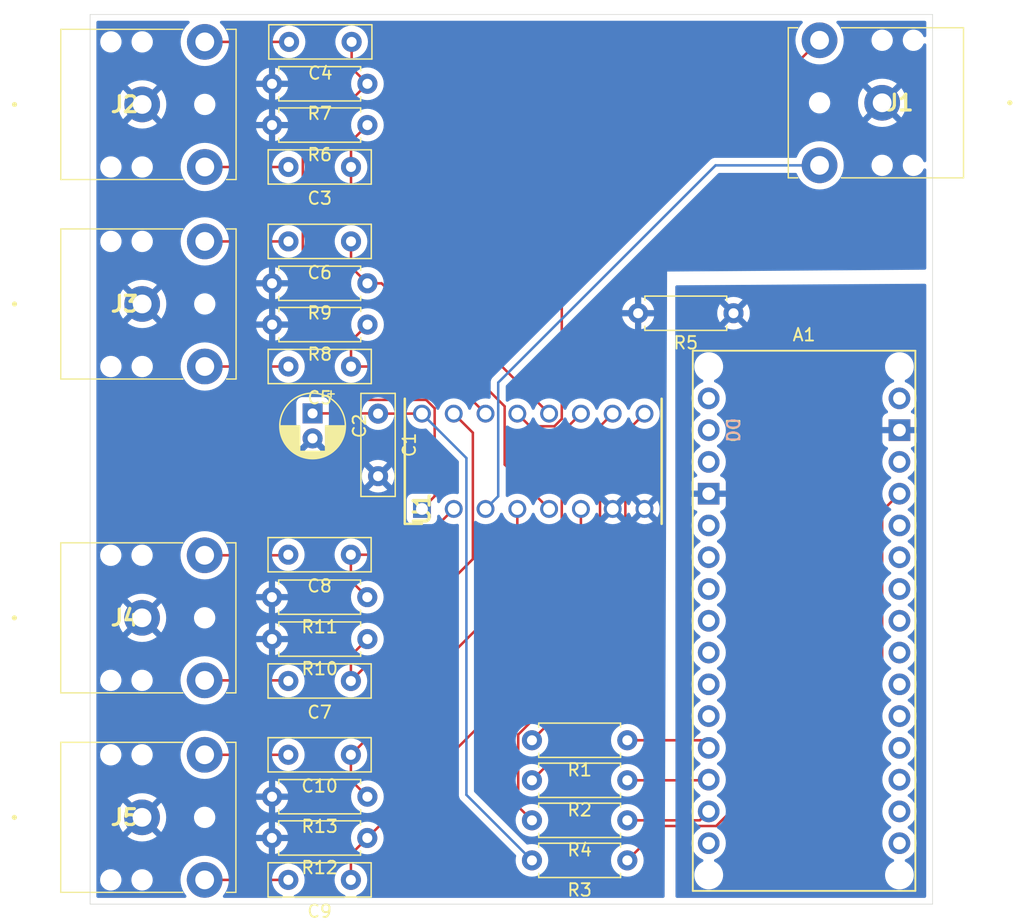
<source format=kicad_pcb>
(kicad_pcb (version 20240108) (generator "pcbnew") (generator_version "8.0")
  (layers (0 "F.Cu" signal) (31 "B.Cu" signal) (34 "B.Paste" user) (35 "F.Paste" user) (36 "B.SilkS" user "B.Silkscreen") (37 "F.SilkS" user "F.Silkscreen") (38 "B.Mask" user) (39 "F.Mask" user) (44 "Edge.Cuts" user))
  (net 0 "")
  (net 1 "Net-(A1-Pad5V)")
  (net 18 "GND")
  (net 20 "Net-(U1-VDD)")
  (net 21 "GNDA")
  (net 22 "Net-(J2-TIP)")
  (net 23 "Net-(U1-X0)")
  (net 24 "Net-(J2-RING)")
  (net 25 "Net-(U1-Y0)")
  (net 26 "Net-(U1-X1)")
  (net 27 "Net-(J3-TIP)")
  (net 28 "Net-(J3-RING)")
  (net 29 "Net-(U1-Y1)")
  (net 30 "Net-(U1-X2)")
  (net 31 "Net-(J4-TIP)")
  (net 32 "Net-(J4-RING)")
  (net 33 "Net-(U1-Y2)")
  (net 34 "Net-(U1-X3)")
  (net 35 "Net-(J5-TIP)")
  (net 36 "Net-(J5-RING)")
  (net 37 "Net-(U1-Y3)")
  (net 38 "Net-(J1-TIP)")
  (net 39 "Net-(J1-RING)")
  (net 40 "Net-(U1-A)")
  (net 41 "Net-(U1-B)")
  (net 42 "Net-(U1-INH)")
  (net 47 "Net-(A1-PadD10)")
  (net 48 "Net-(A1-D11_MOSI)")
  (net 51 "Net-(A1-PadD9)")
  (footprint "Resistor_THT:R_Axial_DIN0207_L6.3mm_D2.5mm_P7.62mm_Horizontal" (layer "F.Cu") (at 185.0604 104.0684 180)
    (property "Reference" "R2" (at 3.81 -2.37 360) (layer "F.SilkS"))
    (property "Value" "100 Ohm")
    (pad "1" thru_hole circle (at 0 0 180) (size 1.6 1.6) (drill 0.8) (layers "*.Cu" "*.Mask") (net 47 "Net-(A1-PadD10)"))
    (pad "2" thru_hole oval (at 7.62 0 180) (size 1.6 1.6) (drill 0.8) (layers "*.Cu" "*.Mask") (net 41 "Net-(U1-B)"))
  )
  (footprint "Capacitor_THT:C_Disc_D8.0mm_W2.5mm_P5.00mm" (layer "F.Cu") (at 165.1468 74.7568 -90)
    (property "Reference" "C1" (at 2.5 -2.5 90) (layer "F.SilkS"))
    (property "Value" "0.1 uF")
    (pad "1" thru_hole circle (at 0 0 270) (size 1.6 1.6) (drill 0.8) (layers "*.Cu" "*.Mask") (net 20 "Net-(U1-VDD)"))
    (pad "2" thru_hole circle (at 5 0 270) (size 1.6 1.6) (drill 0.8) (layers "*.Cu" "*.Mask") (net 21 "GNDA"))
  )
  (footprint "Capacitor_THT:C_Disc_D8.0mm_W2.5mm_P5.00mm" (layer "F.Cu") (at 163.035 45.04 180)
    (property "Reference" "C4" (at 2.5 -2.5 360) (layer "F.SilkS"))
    (property "Value" "1 uF")
    (pad "1" thru_hole circle (at 0 0 180) (size 1.6 1.6) (drill 0.8) (layers "*.Cu" "*.Mask") (net 25 "Net-(U1-Y0)"))
    (pad "2" thru_hole circle (at 5 0 180) (size 1.6 1.6) (drill 0.8) (layers "*.Cu" "*.Mask") (net 24 "Net-(J2-RING)"))
  )
  (footprint "Resistor_THT:R_Axial_DIN0207_L6.3mm_D2.5mm_P7.62mm_Horizontal" (layer "F.Cu") (at 164.295 64.34 180)
    (property "Reference" "R9" (at 3.81 -2.37 360) (layer "F.SilkS"))
    (property "Value" "10K Ohm")
    (pad "1" thru_hole circle (at 0 0 180) (size 1.6 1.6) (drill 0.8) (layers "*.Cu" "*.Mask") (net 29 "Net-(U1-Y1)"))
    (pad "2" thru_hole oval (at 7.62 0 180) (size 1.6 1.6) (drill 0.8) (layers "*.Cu" "*.Mask") (net 21 "GNDA"))
  )
  (footprint "Capacitor_THT:C_Disc_D8.0mm_W2.5mm_P5.00mm" (layer "F.Cu") (at 162.985 70.99 180)
    (property "Reference" "C5" (at 2.5 -2.5 360) (layer "F.SilkS"))
    (property "Value" "1 uF")
    (pad "1" thru_hole circle (at 0 0 180) (size 1.6 1.6) (drill 0.8) (layers "*.Cu" "*.Mask") (net 26 "Net-(U1-X1)"))
    (pad "2" thru_hole circle (at 5 0 180) (size 1.6 1.6) (drill 0.8) (layers "*.Cu" "*.Mask") (net 27 "Net-(J3-TIP)"))
  )
  (footprint "Resistor_THT:R_Axial_DIN0207_L6.3mm_D2.5mm_P7.62mm_Horizontal" (layer "F.Cu") (at 164.295 48.39 180)
    (property "Reference" "R7" (at 3.81 -2.37 360) (layer "F.SilkS"))
    (property "Value" "10K Ohm")
    (pad "1" thru_hole circle (at 0 0 180) (size 1.6 1.6) (drill 0.8) (layers "*.Cu" "*.Mask") (net 25 "Net-(U1-Y0)"))
    (pad "2" thru_hole oval (at 7.62 0 180) (size 1.6 1.6) (drill 0.8) (layers "*.Cu" "*.Mask") (net 21 "GNDA"))
  )
  (footprint "Resistor_THT:R_Axial_DIN0207_L6.3mm_D2.5mm_P7.62mm_Horizontal" (layer "F.Cu") (at 164.285 108.68 180)
    (property "Reference" "R12" (at 3.81 -2.37 360) (layer "F.SilkS"))
    (property "Value" "10K Ohm")
    (pad "1" thru_hole circle (at 0 0 180) (size 1.6 1.6) (drill 0.8) (layers "*.Cu" "*.Mask") (net 34 "Net-(U1-X3)"))
    (pad "2" thru_hole oval (at 7.62 0 180) (size 1.6 1.6) (drill 0.8) (layers "*.Cu" "*.Mask") (net 21 "GNDA"))
  )
  (footprint "Thick 3.5 Jack:SJ13523NG" (layer "F.Cu") (at 146.29 107.03)
    (property "Reference" "J5" (at -1.4 0 0) (layer "F.SilkS") (effects (font (size 1.27 1.27) (thickness 0.254))))
    (property "Value" "SJ1-3523NG" (hide yes))
    (pad "" np_thru_hole circle (at -2.5 -5) (size 1.2 1.2) (drill 1.2) (layers "*.Cu" "*.Mask"))
    (pad "" np_thru_hole circle (at -2.5 5) (size 1.2 1.2) (drill 1.2) (layers "*.Cu" "*.Mask"))
    (pad "" np_thru_hole circle (at 0 -5) (size 1.2 1.2) (drill 1.2) (layers "*.Cu" "*.Mask"))
    (pad "" np_thru_hole circle (at 0 5) (size 1.2 1.2) (drill 1.2) (layers "*.Cu" "*.Mask"))
    (pad "" np_thru_hole circle (at 5 0) (size 1.2 1.2) (drill 1.2) (layers "*.Cu" "*.Mask"))
    (pad "1" thru_hole circle (at 0 0) (size 2.85 2.85) (drill 1.5) (layers "*.Cu" "*.Mask") (net 21 "GNDA"))
    (pad "2" thru_hole circle (at 5 5) (size 2.85 2.85) (drill 1.5) (layers "*.Cu" "*.Mask") (net 35 "Net-(J5-TIP)"))
    (pad "3" thru_hole circle (at 5 -5) (size 2.85 2.85) (drill 1.5) (layers "*.Cu" "*.Mask") (net 36 "Net-(J5-RING)"))
  )
  (footprint "Capacitor_THT:C_Disc_D8.0mm_W2.5mm_P5.00mm" (layer "F.Cu") (at 162.9732 86.0344 180)
    (property "Reference" "C8" (at 2.5 -2.5 360) (layer "F.SilkS"))
    (property "Value" "1 uF")
    (pad "1" thru_hole circle (at 0 0 180) (size 1.6 1.6) (drill 0.8) (layers "*.Cu" "*.Mask") (net 33 "Net-(U1-Y2)"))
    (pad "2" thru_hole circle (at 5 0 180) (size 1.6 1.6) (drill 0.8) (layers "*.Cu" "*.Mask") (net 32 "Net-(J4-RING)"))
  )
  (footprint "Resistor_THT:R_Axial_DIN0207_L6.3mm_D2.5mm_P7.62mm_Horizontal" (layer "F.Cu") (at 164.295 92.78 180)
    (property "Reference" "R10" (at 3.81 -2.37 360) (layer "F.SilkS"))
    (property "Value" "10K Ohm")
    (pad "1" thru_hole circle (at 0 0 180) (size 1.6 1.6) (drill 0.8) (layers "*.Cu" "*.Mask") (net 30 "Net-(U1-X2)"))
    (pad "2" thru_hole oval (at 7.62 0 180) (size 1.6 1.6) (drill 0.8) (layers "*.Cu" "*.Mask") (net 21 "GNDA"))
  )
  (footprint "Resistor_THT:R_Axial_DIN0207_L6.3mm_D2.5mm_P7.62mm_Horizontal" (layer "F.Cu") (at 164.295 105.38 180)
    (property "Reference" "R13" (at 3.81 -2.37 360) (layer "F.SilkS"))
    (property "Value" "10K Ohm")
    (pad "1" thru_hole circle (at 0 0 180) (size 1.6 1.6) (drill 0.8) (layers "*.Cu" "*.Mask") (net 37 "Net-(U1-Y3)"))
    (pad "2" thru_hole oval (at 7.62 0 180) (size 1.6 1.6) (drill 0.8) (layers "*.Cu" "*.Mask") (net 21 "GNDA"))
  )
  (footprint "Resistor_THT:R_Axial_DIN0207_L6.3mm_D2.5mm_P7.62mm_Horizontal" (layer "F.Cu") (at 164.295 51.69 180)
    (property "Reference" "R6" (at 3.81 -2.37 360) (layer "F.SilkS"))
    (property "Value" "10K Ohm")
    (pad "1" thru_hole circle (at 0 0 180) (size 1.6 1.6) (drill 0.8) (layers "*.Cu" "*.Mask") (net 23 "Net-(U1-X0)"))
    (pad "2" thru_hole oval (at 7.62 0 180) (size 1.6 1.6) (drill 0.8) (layers "*.Cu" "*.Mask") (net 21 "GNDA"))
  )
  (footprint "8 Pin DIP Connector:DIPS762W70P254L2032H510Q16N" (layer "F.Cu") (at 168.652 82.3768 90)
    (property "Reference" "U1" (at 0 0 90) (layer "F.SilkS") (effects (font (size 1.27 1.27) (thickness 0.254))))
    (property "Value" "CD4052B" (hide yes))
    (pad "1" thru_hole rect (at 0 0 90) (size 1.425 1.425) (drill 0.95) (layers "*.Cu" "*.Mask") (net 25 "Net-(U1-Y0)"))
    (pad "2" thru_hole circle (at 0 2.54 90) (size 1.425 1.425) (drill 0.95) (layers "*.Cu" "*.Mask") (net 33 "Net-(U1-Y2)"))
    (pad "3" thru_hole circle (at 0 5.08 90) (size 1.425 1.425) (drill 0.95) (layers "*.Cu" "*.Mask") (net 39 "Net-(J1-RING)"))
    (pad "4" thru_hole circle (at 0 7.62 90) (size 1.425 1.425) (drill 0.95) (layers "*.Cu" "*.Mask") (net 37 "Net-(U1-Y3)"))
    (pad "5" thru_hole circle (at 0 10.16 90) (size 1.425 1.425) (drill 0.95) (layers "*.Cu" "*.Mask") (net 29 "Net-(U1-Y1)"))
    (pad "6" thru_hole circle (at 0 12.7 90) (size 1.425 1.425) (drill 0.95) (layers "*.Cu" "*.Mask") (net 42 "Net-(U1-INH)"))
    (pad "7" thru_hole circle (at 0 15.24 90) (size 1.425 1.425) (drill 0.95) (layers "*.Cu" "*.Mask") (net 21 "GNDA"))
    (pad "8" thru_hole circle (at 0 17.78 90) (size 1.425 1.425) (drill 0.95) (layers "*.Cu" "*.Mask") (net 21 "GNDA"))
    (pad "9" thru_hole circle (at 7.62 17.78 90) (size 1.425 1.425) (drill 0.95) (layers "*.Cu" "*.Mask") (net 41 "Net-(U1-B)"))
    (pad "10" thru_hole circle (at 7.62 15.24 90) (size 1.425 1.425) (drill 0.95) (layers "*.Cu" "*.Mask") (net 40 "Net-(U1-A)"))
    (pad "11" thru_hole circle (at 7.62 12.7 90) (size 1.425 1.425) (drill 0.95) (layers "*.Cu" "*.Mask") (net 34 "Net-(U1-X3)"))
    (pad "12" thru_hole circle (at 7.62 10.16 90) (size 1.425 1.425) (drill 0.95) (layers "*.Cu" "*.Mask") (net 23 "Net-(U1-X0)"))
    (pad "13" thru_hole circle (at 7.62 7.62 90) (size 1.425 1.425) (drill 0.95) (layers "*.Cu" "*.Mask") (net 38 "Net-(J1-TIP)"))
    (pad "14" thru_hole circle (at 7.62 5.08 90) (size 1.425 1.425) (drill 0.95) (layers "*.Cu" "*.Mask") (net 26 "Net-(U1-X1)"))
    (pad "15" thru_hole circle (at 7.62 2.54 90) (size 1.425 1.425) (drill 0.95) (layers "*.Cu" "*.Mask") (net 30 "Net-(U1-X2)"))
    (pad "16" thru_hole circle (at 7.62 0 90) (size 1.425 1.425) (drill 0.95) (layers "*.Cu" "*.Mask") (net 20 "Net-(U1-VDD)"))
  )
  (footprint "Resistor_THT:R_Axial_DIN0207_L6.3mm_D2.5mm_P7.62mm_Horizontal" (layer "F.Cu") (at 185.0604 107.2688 180)
    (property "Reference" "R4" (at 3.81 -2.37 360) (layer "F.SilkS"))
    (property "Value" "100 Ohm")
    (pad "1" thru_hole circle (at 0 0 180) (size 1.6 1.6) (drill 0.8) (layers "*.Cu" "*.Mask") (net 48 "Net-(A1-D11_MOSI)"))
    (pad "2" thru_hole oval (at 7.62 0 180) (size 1.6 1.6) (drill 0.8) (layers "*.Cu" "*.Mask") (net 42 "Net-(U1-INH)"))
  )
  (footprint "Capacitor_THT:C_Disc_D8.0mm_W2.5mm_P5.00mm" (layer "F.Cu") (at 162.985 60.99 180)
    (property "Reference" "C6" (at 2.5 -2.5 360) (layer "F.SilkS"))
    (property "Value" "1 uF")
    (pad "1" thru_hole circle (at 0 0 180) (size 1.6 1.6) (drill 0.8) (layers "*.Cu" "*.Mask") (net 29 "Net-(U1-Y1)"))
    (pad "2" thru_hole circle (at 5 0 180) (size 1.6 1.6) (drill 0.8) (layers "*.Cu" "*.Mask") (net 28 "Net-(J3-RING)"))
  )
  (footprint "Capacitor_THT:C_Disc_D8.0mm_W2.5mm_P5.00mm" (layer "F.Cu") (at 162.975 102.03 180)
    (property "Reference" "C10" (at 2.5 -2.5 360) (layer "F.SilkS"))
    (property "Value" "1 uF")
    (pad "1" thru_hole circle (at 0 0 180) (size 1.6 1.6) (drill 0.8) (layers "*.Cu" "*.Mask") (net 37 "Net-(U1-Y3)"))
    (pad "2" thru_hole circle (at 5 0 180) (size 1.6 1.6) (drill 0.8) (layers "*.Cu" "*.Mask") (net 36 "Net-(J5-RING)"))
  )
  (footprint "Capacitor_THT:C_Disc_D8.0mm_W2.5mm_P5.00mm" (layer "F.Cu") (at 162.975 112.03 180)
    (property "Reference" "C9" (at 2.5 -2.5 360) (layer "F.SilkS"))
    (property "Value" "1 uF")
    (pad "1" thru_hole circle (at 0 0 180) (size 1.6 1.6) (drill 0.8) (layers "*.Cu" "*.Mask") (net 34 "Net-(U1-X3)"))
    (pad "2" thru_hole circle (at 5 0 180) (size 1.6 1.6) (drill 0.8) (layers "*.Cu" "*.Mask") (net 35 "Net-(J5-TIP)"))
  )
  (footprint "Thick 3.5 Jack:SJ13523NG" (layer "F.Cu") (at 146.29 91.08)
    (property "Reference" "J4" (at -1.4 0 0) (layer "F.SilkS") (effects (font (size 1.27 1.27) (thickness 0.254))))
    (property "Value" "SJ1-3523NG" (hide yes))
    (pad "" np_thru_hole circle (at -2.5 -5) (size 1.2 1.2) (drill 1.2) (layers "*.Cu" "*.Mask"))
    (pad "" np_thru_hole circle (at -2.5 5) (size 1.2 1.2) (drill 1.2) (layers "*.Cu" "*.Mask"))
    (pad "" np_thru_hole circle (at 0 -5) (size 1.2 1.2) (drill 1.2) (layers "*.Cu" "*.Mask"))
    (pad "" np_thru_hole circle (at 0 5) (size 1.2 1.2) (drill 1.2) (layers "*.Cu" "*.Mask"))
    (pad "" np_thru_hole circle (at 5 0) (size 1.2 1.2) (drill 1.2) (layers "*.Cu" "*.Mask"))
    (pad "1" thru_hole circle (at 0 0) (size 2.85 2.85) (drill 1.5) (layers "*.Cu" "*.Mask") (net 21 "GNDA"))
    (pad "2" thru_hole circle (at 5 5) (size 2.85 2.85) (drill 1.5) (layers "*.Cu" "*.Mask") (net 31 "Net-(J4-TIP)"))
    (pad "3" thru_hole circle (at 5 -5) (size 2.85 2.85) (drill 1.5) (layers "*.Cu" "*.Mask") (net 32 "Net-(J4-RING)"))
  )
  (footprint "Thick 3.5 Jack:SJ13523NG" (layer "F.Cu") (at 205.42 49.91 180)
    (property "Reference" "J1" (at -1.4 0 0) (layer "F.SilkS") (effects (font (size 1.27 1.27) (thickness 0.254))))
    (property "Value" "SJ1-3523NG" (hide yes))
    (pad "" np_thru_hole circle (at -2.5 -5 180) (size 1.2 1.2) (drill 1.2) (layers "*.Cu" "*.Mask"))
    (pad "" np_thru_hole circle (at -2.5 5 180) (size 1.2 1.2) (drill 1.2) (layers "*.Cu" "*.Mask"))
    (pad "" np_thru_hole circle (at 0 -5 180) (size 1.2 1.2) (drill 1.2) (layers "*.Cu" "*.Mask"))
    (pad "" np_thru_hole circle (at 0 5 180) (size 1.2 1.2) (drill 1.2) (layers "*.Cu" "*.Mask"))
    (pad "" np_thru_hole circle (at 5 0 180) (size 1.2 1.2) (drill 1.2) (layers "*.Cu" "*.Mask"))
    (pad "1" thru_hole circle (at 0 0 180) (size 2.85 2.85) (drill 1.5) (layers "*.Cu" "*.Mask") (net 21 "GNDA"))
    (pad "2" thru_hole circle (at 5 5 180) (size 2.85 2.85) (drill 1.5) (layers "*.Cu" "*.Mask") (net 38 "Net-(J1-TIP)"))
    (pad "3" thru_hole circle (at 5 -5 180) (size 2.85 2.85) (drill 1.5) (layers "*.Cu" "*.Mask") (net 39 "Net-(J1-RING)"))
  )
  (footprint "Resistor_THT:R_Axial_DIN0207_L6.3mm_D2.5mm_P7.62mm_Horizontal" (layer "F.Cu") (at 185.0604 110.4692 180)
    (property "Reference" "R3" (at 3.81 -2.37 360) (layer "F.SilkS"))
    (property "Value" "100 Ohm")
    (pad "1" thru_hole circle (at 0 0 180) (size 1.6 1.6) (drill 0.8) (layers "*.Cu" "*.Mask") (net 1 "Net-(A1-Pad5V)"))
    (pad "2" thru_hole oval (at 7.62 0 180) (size 1.6 1.6) (drill 0.8) (layers "*.Cu" "*.Mask") (net 20 "Net-(U1-VDD)"))
  )
  (footprint "Capacitor_THT:CP_Radial_D5.0mm_P2.00mm" (layer "F.Cu") (at 159.9144 74.738 -90)
    (property "Reference" "C2" (at 1 -3.75 90) (layer "F.SilkS"))
    (property "Value" "10 uF")
    (pad "1" thru_hole rect (at 0 0 270) (size 1.6 1.6) (drill 0.8) (layers "*.Cu" "*.Mask") (net 20 "Net-(U1-VDD)"))
    (pad "2" thru_hole circle (at 2 0 270) (size 1.6 1.6) (drill 0.8) (layers "*.Cu" "*.Mask") (net 21 "GNDA"))
  )
  (footprint "Capacitor_THT:C_Disc_D8.0mm_W2.5mm_P5.00mm" (layer "F.Cu") (at 162.975 96.13 180)
    (property "Reference" "C7" (at 2.5 -2.5 360) (layer "F.SilkS"))
    (property "Value" "1 uF")
    (pad "1" thru_hole circle (at 0 0 180) (size 1.6 1.6) (drill 0.8) (layers "*.Cu" "*.Mask") (net 30 "Net-(U1-X2)"))
    (pad "2" thru_hole circle (at 5 0 180) (size 1.6 1.6) (drill 0.8) (layers "*.Cu" "*.Mask") (net 31 "Net-(J4-TIP)"))
  )
  (footprint "Resistor_THT:R_Axial_DIN0207_L6.3mm_D2.5mm_P7.62mm_Horizontal" (layer "F.Cu") (at 193.544 66.7304 180)
    (property "Reference" "R5" (at 3.81 -2.37 360) (layer "F.SilkS"))
    (property "Value" "0 Ohm")
    (pad "1" thru_hole circle (at 0 0 180) (size 1.6 1.6) (drill 0.8) (layers "*.Cu" "*.Mask") (net 18 "GND"))
    (pad "2" thru_hole oval (at 7.62 0 180) (size 1.6 1.6) (drill 0.8) (layers "*.Cu" "*.Mask") (net 21 "GNDA"))
  )
  (footprint "Thick 3.5 Jack:SJ13523NG" (layer "F.Cu") (at 146.3 50.04)
    (property "Reference" "J2" (at -1.4 0 0) (layer "F.SilkS") (effects (font (size 1.27 1.27) (thickness 0.254))))
    (property "Value" "SJ1-3523NG" (hide yes))
    (pad "" np_thru_hole circle (at -2.5 -5) (size 1.2 1.2) (drill 1.2) (layers "*.Cu" "*.Mask"))
    (pad "" np_thru_hole circle (at -2.5 5) (size 1.2 1.2) (drill 1.2) (layers "*.Cu" "*.Mask"))
    (pad "" np_thru_hole circle (at 0 -5) (size 1.2 1.2) (drill 1.2) (layers "*.Cu" "*.Mask"))
    (pad "" np_thru_hole circle (at 0 5) (size 1.2 1.2) (drill 1.2) (layers "*.Cu" "*.Mask"))
    (pad "" np_thru_hole circle (at 5 0) (size 1.2 1.2) (drill 1.2) (layers "*.Cu" "*.Mask"))
    (pad "1" thru_hole circle (at 0 0) (size 2.85 2.85) (drill 1.5) (layers "*.Cu" "*.Mask") (net 21 "GNDA"))
    (pad "2" thru_hole circle (at 5 5) (size 2.85 2.85) (drill 1.5) (layers "*.Cu" "*.Mask") (net 22 "Net-(J2-TIP)"))
    (pad "3" thru_hole circle (at 5 -5) (size 2.85 2.85) (drill 1.5) (layers "*.Cu" "*.Mask") (net 24 "Net-(J2-RING)"))
  )
  (footprint "Capacitor_THT:C_Disc_D8.0mm_W2.5mm_P5.00mm" (layer "F.Cu") (at 162.985 55.04 180)
    (property "Reference" "C3" (at 2.5 -2.5 360) (layer "F.SilkS"))
    (property "Value" "1 uF")
    (pad "1" thru_hole circle (at 0 0 180) (size 1.6 1.6) (drill 0.8) (layers "*.Cu" "*.Mask") (net 23 "Net-(U1-X0)"))
    (pad "2" thru_hole circle (at 5 0 180) (size 1.6 1.6) (drill 0.8) (layers "*.Cu" "*.Mask") (net 22 "Net-(J2-TIP)"))
  )
  (footprint "Resistor_THT:R_Axial_DIN0207_L6.3mm_D2.5mm_P7.62mm_Horizontal" (layer "F.Cu") (at 185.0604 100.868 180)
    (property "Reference" "R1" (at 3.81 -2.37 360) (layer "F.SilkS"))
    (property "Value" "100 Ohm")
    (pad "1" thru_hole circle (at 0 0 180) (size 1.6 1.6) (drill 0.8) (layers "*.Cu" "*.Mask") (net 51 "Net-(A1-PadD9)"))
    (pad "2" thru_hole oval (at 7.62 0 180) (size 1.6 1.6) (drill 0.8) (layers "*.Cu" "*.Mask") (net 40 "Net-(U1-A)"))
  )
  (footprint "PCM_arduino-library:Arduino_Nano_ESP32_Socket" (layer "F.Cu") (at 199.1828 112.9076)
    (property "Reference" "A1" (at 0 -44.45 0) (layer "F.SilkS"))
    (property "Value" "Arduino_Nano_ESP32_Socket")
    (fp_text user "D0" (at -5.715 -36.83 -90) (layer "B.SilkS") (effects (justify mirror)))
    (fp_text user "D0" (at -5.715 -36.83 -90) (layer "F.SilkS"))
    (pad "" np_thru_hole circle (at -7.62 -41.91) (size 1.8 1.8) (drill 1.8) (layers "F&B.Cu" "*.Mask"))
    (pad "" np_thru_hole circle (at -7.62 -1.27) (size 1.8 1.8) (drill 1.8) (layers "F&B.Cu" "*.Mask"))
    (pad "" np_thru_hole circle (at 7.62 -41.91) (size 1.8 1.8) (drill 1.8) (layers "F&B.Cu" "*.Mask"))
    (pad "" np_thru_hole circle (at 7.62 -1.27) (size 1.8 1.8) (drill 1.8) (layers "F&B.Cu" "*.Mask"))
    (pad "3V3" thru_hole circle (at 7.62 -6.35) (size 1.7272 1.7272) (drill 1.016) (layers "*.Cu" "*.Mask"))
    (pad "5V" thru_hole circle (at 7.62 -31.75) (size 1.7272 1.7272) (drill 1.016) (layers "*.Cu" "*.Mask") (net 1 "Net-(A1-Pad5V)"))
    (pad "A0" thru_hole circle (at 7.62 -11.43) (size 1.7272 1.7272) (drill 1.016) (layers "*.Cu" "*.Mask"))
    (pad "A1" thru_hole circle (at 7.62 -13.97) (size 1.7272 1.7272) (drill 1.016) (layers "*.Cu" "*.Mask"))
    (pad "A2" thru_hole circle (at 7.62 -16.51) (size 1.7272 1.7272) (drill 1.016) (layers "*.Cu" "*.Mask"))
    (pad "A3" thru_hole circle (at 7.62 -19.05) (size 1.7272 1.7272) (drill 1.016) (layers "*.Cu" "*.Mask"))
    (pad "A4" thru_hole circle (at 7.62 -21.59) (size 1.7272 1.7272) (drill 1.016) (layers "*.Cu" "*.Mask"))
    (pad "A5" thru_hole circle (at 7.62 -24.13) (size 1.7272 1.7272) (drill 1.016) (layers "*.Cu" "*.Mask"))
    (pad "A6" thru_hole circle (at 7.62 -26.67) (size 1.7272 1.7272) (drill 1.016) (layers "*.Cu" "*.Mask"))
    (pad "A7" thru_hole circle (at 7.62 -29.21) (size 1.7272 1.7272) (drill 1.016) (layers "*.Cu" "*.Mask"))
    (pad "B0" thru_hole circle (at 7.62 -8.89) (size 1.7272 1.7272) (drill 1.016) (layers "*.Cu" "*.Mask"))
    (pad "B1" thru_hole circle (at 7.62 -34.29) (size 1.7272 1.7272) (drill 1.016) (layers "*.Cu" "*.Mask"))
    (pad "D0" thru_hole circle (at -7.62 -36.83) (size 1.7272 1.7272) (drill 1.016) (layers "*.Cu" "*.Mask"))
    (pad "D1" thru_hole circle (at -7.62 -39.37) (size 1.7272 1.7272) (drill 1.016) (layers "*.Cu" "*.Mask"))
    (pad "D2" thru_hole circle (at -7.62 -29.21) (size 1.7272 1.7272) (drill 1.016) (layers "*.Cu" "*.Mask"))
    (pad "D3" thru_hole circle (at -7.62 -26.67) (size 1.7272 1.7272) (drill 1.016) (layers "*.Cu" "*.Mask"))
    (pad "D4" thru_hole circle (at -7.62 -24.13) (size 1.7272 1.7272) (drill 1.016) (layers "*.Cu" "*.Mask"))
    (pad "D5" thru_hole circle (at -7.62 -21.59) (size 1.7272 1.7272) (drill 1.016) (layers "*.Cu" "*.Mask"))
    (pad "D6" thru_hole circle (at -7.62 -19.05) (size 1.7272 1.7272) (drill 1.016) (layers "*.Cu" "*.Mask"))
    (pad "D7" thru_hole circle (at -7.62 -16.51) (size 1.7272 1.7272) (drill 1.016) (layers "*.Cu" "*.Mask"))
    (pad "D8" thru_hole circle (at -7.62 -13.97) (size 1.7272 1.7272) (drill 1.016) (layers "*.Cu" "*.Mask"))
    (pad "D9" thru_hole circle (at -7.62 -11.43) (size 1.7272 1.7272) (drill 1.016) (layers "*.Cu" "*.Mask") (net 51 "Net-(A1-PadD9)"))
    (pad "D10" thru_hole circle (at -7.62 -8.89) (size 1.7272 1.7272) (drill 1.016) (layers "*.Cu" "*.Mask") (net 47 "Net-(A1-PadD10)"))
    (pad "D11" thru_hole circle (at -7.62 -6.35) (size 1.7272 1.7272) (drill 1.016) (layers "*.Cu" "*.Mask") (net 48 "Net-(A1-D11_MOSI)"))
    (pad "D12" thru_hole circle (at -7.62 -3.81) (size 1.7272 1.7272) (drill 1.016) (layers "*.Cu" "*.Mask"))
    (pad "D13" thru_hole circle (at 7.62 -3.81) (size 1.7272 1.7272) (drill 1.016) (layers "*.Cu" "*.Mask"))
    (pad "GND1" thru_hole rect (at -7.62 -31.75) (size 1.7272 1.7272) (drill 1.016) (layers "*.Cu" "*.Mask") (net 18 "GND"))
    (pad "GND2" thru_hole rect (at 7.62 -36.83) (size 1.7272 1.7272) (drill 1.016) (layers "*.Cu" "*.Mask") (net 18 "GND"))
    (pad "RST" thru_hole circle (at -7.62 -34.29) (size 1.7272 1.7272) (drill 1.016) (layers "*.Cu" "*.Mask"))
    (pad "VIN" thru_hole circle (at 7.62 -39.37) (size 1.7272 1.7272) (drill 1.016) (layers "*.Cu" "*.Mask"))
  )
  (footprint "Thick 3.5 Jack:SJ13523NG" (layer "F.Cu") (at 146.3 65.99)
    (property "Reference" "J3" (at -1.4 0 0) (layer "F.SilkS") (effects (font (size 1.27 1.27) (thickness 0.254))))
    (property "Value" "SJ1-3523NG" (hide yes))
    (pad "" np_thru_hole circle (at -2.5 -5) (size 1.2 1.2) (drill 1.2) (layers "*.Cu" "*.Mask"))
    (pad "" np_thru_hole circle (at -2.5 5) (size 1.2 1.2) (drill 1.2) (layers "*.Cu" "*.Mask"))
    (pad "" np_thru_hole circle (at 0 -5) (size 1.2 1.2) (drill 1.2) (layers "*.Cu" "*.Mask"))
    (pad "" np_thru_hole circle (at 0 5) (size 1.2 1.2) (drill 1.2) (layers "*.Cu" "*.Mask"))
    (pad "" np_thru_hole circle (at 5 0) (size 1.2 1.2) (drill 1.2) (layers "*.Cu" "*.Mask"))
    (pad "1" thru_hole circle (at 0 0) (size 2.85 2.85) (drill 1.5) (layers "*.Cu" "*.Mask") (net 21 "GNDA"))
    (pad "2" thru_hole circle (at 5 5) (size 2.85 2.85) (drill 1.5) (layers "*.Cu" "*.Mask") (net 27 "Net-(J3-TIP)"))
    (pad "3" thru_hole circle (at 5 -5) (size 2.85 2.85) (drill 1.5) (layers "*.Cu" "*.Mask") (net 28 "Net-(J3-RING)"))
  )
  (footprint "Resistor_THT:R_Axial_DIN0207_L6.3mm_D2.5mm_P7.62mm_Horizontal" (layer "F.Cu") (at 164.305 67.64 180)
    (property "Reference" "R8" (at 3.81 -2.37 360) (layer "F.SilkS"))
    (property "Value" "10K Ohm")
    (pad "1" thru_hole circle (at 0 0 180) (size 1.6 1.6) (drill 0.8) (layers "*.Cu" "*.Mask") (net 26 "Net-(U1-X1)"))
    (pad "2" thru_hole oval (at 7.62 0 180) (size 1.6 1.6) (drill 0.8) (layers "*.Cu" "*.Mask") (net 21 "GNDA"))
  )
  (footprint "Resistor_THT:R_Axial_DIN0207_L6.3mm_D2.5mm_P7.62mm_Horizontal" (layer "F.Cu") (at 164.285 89.43 180)
    (property "Reference" "R11" (at 3.81 -2.37 360) (layer "F.SilkS"))
    (property "Value" "10K Ohm")
    (pad "1" thru_hole circle (at 0 0 180) (size 1.6 1.6) (drill 0.8) (layers "*.Cu" "*.Mask") (net 33 "Net-(U1-Y2)"))
    (pad "2" thru_hole oval (at 7.62 0 180) (size 1.6 1.6) (drill 0.8) (layers "*.Cu" "*.Mask") (net 21 "GNDA"))
  )
  (gr_line (start 142.14 42.85) (end 209.45 42.85) (stroke (width 0.05)) (layer "Edge.Cuts"))
  (gr_line (start 209.45 113.97) (end 142.14 113.97) (stroke (width 0.05)) (layer "Edge.Cuts"))
  (gr_line (start 209.4484 42.8498) (end 209.4484 113.9698) (stroke (width 0.05)) (layer "Edge.Cuts"))
  (gr_line (start 142.14 42.85) (end 142.14 113.97) (stroke (width 0.05)) (layer "Edge.Cuts"))
  (segment (start 185.0604 110.4692) (end 187.8084 107.7212) (width 0.2) (layer "F.Cu") (net 1))
  (segment (start 205.42 82.5404) (end 206.8028 81.1576) (width 0.2) (layer "F.Cu") (net 1))
  (segment (start 187.8084 107.7212) (end 192.1588 107.7212) (width 0.2) (layer "F.Cu") (net 1))
  (segment (start 205.42 94.46) (end 205.42 82.5404) (width 0.2) (layer "F.Cu") (net 1))
  (segment (start 192.1588 107.7212) (end 205.42 94.46) (width 0.2) (layer "F.Cu") (net 1))
  (segment (start 159.9144 74.738) (end 165.128 74.738) (width 0.2) (layer "F.Cu") (net 20))
  (segment (start 165.128 74.738) (end 165.1468 74.7568) (width 0.2) (layer "F.Cu") (net 20))
  (segment (start 165.1468 74.7568) (end 168.652 74.7568) (width 0.2) (layer "F.Cu") (net 20))
  (segment (start 172.2045 78.3093) (end 172.2045 105.2333) (width 0.2) (layer "B.Cu") (net 20))
  (segment (start 168.652 74.7568) (end 172.2045 78.3093) (width 0.2) (layer "B.Cu") (net 20))
  (segment (start 172.2045 105.2333) (end 177.4404 110.4692) (width 0.2) (layer "B.Cu") (net 20))
  (segment (start 151.3 55.04) (end 157.985 55.04) (width 0.2) (layer "F.Cu") (net 22))
  (segment (start 162.985 53) (end 164.295 51.69) (width 0.2) (layer "F.Cu") (net 23))
  (segment (start 162.985 55.04) (end 162.985 58.9298) (width 0.2) (layer "F.Cu") (net 23))
  (segment (start 162.985 58.9298) (end 178.812 74.7568) (width 0.2) (layer "F.Cu") (net 23))
  (segment (start 162.985 55.04) (end 162.985 53) (width 0.2) (layer "F.Cu") (net 23))
  (segment (start 151.3 45.04) (end 158.035 45.04) (width 0.2) (layer "F.Cu") (net 24))
  (segment (start 164.295 48.39) (end 159.135 53.55) (width 0.2) (layer "F.Cu") (net 25))
  (segment (start 159.135 69.7102) (end 163.0816 73.6568) (width 0.2) (layer "F.Cu") (net 25))
  (segment (start 159.135 53.55) (end 159.135 69.7102) (width 0.2) (layer "F.Cu") (net 25))
  (segment (start 169.668 81.3608) (end 168.652 82.3768) (width 0.2) (layer "F.Cu") (net 25))
  (segment (start 163.035 45.04) (end 163.035 47.13) (width 0.2) (layer "F.Cu") (net 25))
  (segment (start 169.668 74.337408) (end 169.668 81.3608) (width 0.2) (layer "F.Cu") (net 25))
  (segment (start 163.035 47.13) (end 164.295 48.39) (width 0.2) (layer "F.Cu") (net 25))
  (segment (start 168.987392 73.6568) (end 169.668 74.337408) (width 0.2) (layer "F.Cu") (net 25))
  (segment (start 163.0816 73.6568) (end 168.987392 73.6568) (width 0.2) (layer "F.Cu") (net 25))
  (segment (start 162.985 68.96) (end 164.305 67.64) (width 0.2) (layer "F.Cu") (net 26))
  (segment (start 162.985 70.99) (end 162.985 68.96) (width 0.2) (layer "F.Cu") (net 26))
  (segment (start 169.9652 70.99) (end 173.732 74.7568) (width 0.2) (layer "F.Cu") (net 26))
  (segment (start 162.985 70.99) (end 169.9652 70.99) (width 0.2) (layer "F.Cu") (net 26))
  (segment (start 151.3 70.99) (end 157.985 70.99) (width 0.2) (layer "F.Cu") (net 27))
  (segment (start 151.3 60.99) (end 157.985 60.99) (width 0.2) (layer "F.Cu") (net 28))
  (segment (start 162.985 63.03) (end 164.295 64.34) (width 0.2) (layer "F.Cu") (net 29))
  (segment (start 165.42637 64.34) (end 175.2595 74.17313) (width 0.2) (layer "F.Cu") (net 29))
  (segment (start 162.985 60.99) (end 162.985 63.03) (width 0.2) (layer "F.Cu") (net 29))
  (segment (start 164.295 64.34) (end 165.42637 64.34) (width 0.2) (layer "F.Cu") (net 29))
  (segment (start 175.2595 78.8243) (end 178.812 82.3768) (width 0.2) (layer "F.Cu") (net 29))
  (segment (start 175.2595 74.17313) (end 175.2595 78.8243) (width 0.2) (layer "F.Cu") (net 29))
  (segment (start 162.975 96.13) (end 162.975 94.1) (width 0.2) (layer "F.Cu") (net 30))
  (segment (start 162.975 96.13) (end 172.7195 86.3855) (width 0.2) (layer "F.Cu") (net 30))
  (segment (start 172.7195 76.2843) (end 171.192 74.7568) (width 0.2) (layer "F.Cu") (net 30))
  (segment (start 162.975 94.1) (end 164.295 92.78) (width 0.2) (layer "F.Cu") (net 30))
  (segment (start 172.7195 86.3855) (end 172.7195 76.2843) (width 0.2) (layer "F.Cu") (net 30))
  (segment (start 157.925 96.08) (end 157.975 96.13) (width 0.2) (layer "F.Cu") (net 31))
  (segment (start 151.29 96.08) (end 157.925 96.08) (width 0.2) (layer "F.Cu") (net 31))
  (segment (start 157.9276 86.08) (end 157.9732 86.0344) (width 0.2) (layer "F.Cu") (net 32))
  (segment (start 151.29 86.08) (end 157.9276 86.08) (width 0.2) (layer "F.Cu") (net 32))
  (segment (start 167.5344 86.0344) (end 171.192 82.3768) (width 0.2) (layer "F.Cu") (net 33))
  (segment (start 162.9732 88.1182) (end 164.285 89.43) (width 0.2) (layer "F.Cu") (net 33))
  (segment (start 162.9732 86.0344) (end 162.9732 88.1182) (width 0.2) (layer "F.Cu") (net 33))
  (segment (start 162.9732 86.0344) (end 167.5344 86.0344) (width 0.2) (layer "F.Cu") (net 33))
  (segment (start 179.8245 76.2843) (end 179.8245 93.1405) (width 0.2) (layer "F.Cu") (net 34))
  (segment (start 179.8245 93.1405) (end 164.285 108.68) (width 0.2) (layer "F.Cu") (net 34))
  (segment (start 181.352 74.7568) (end 179.8245 76.2843) (width 0.2) (layer "F.Cu") (net 34))
  (segment (start 162.975 109.99) (end 164.285 108.68) (width 0.2) (layer "F.Cu") (net 34))
  (segment (start 162.975 112.03) (end 162.975 109.99) (width 0.2) (layer "F.Cu") (net 34))
  (segment (start 151.29 112.03) (end 157.975 112.03) (width 0.2) (layer "F.Cu") (net 35))
  (segment (start 151.29 102.03) (end 157.975 102.03) (width 0.2) (layer "F.Cu") (net 36))
  (segment (start 162.975 102.03) (end 162.975 104.06) (width 0.2) (layer "F.Cu") (net 37))
  (segment (start 176.272 88.733) (end 176.272 82.3768) (width 0.2) (layer "F.Cu") (net 37))
  (segment (start 162.975 102.03) (end 176.272 88.733) (width 0.2) (layer "F.Cu") (net 37))
  (segment (start 162.975 104.06) (end 164.295 105.38) (width 0.2) (layer "F.Cu") (net 37))
  (segment (start 177.2845 75.7693) (end 176.272 74.7568) (width 0.2) (layer "F.Cu") (net 38))
  (segment (start 179.8245 75.176192) (end 179.231392 75.7693) (width 0.2) (layer "F.Cu") (net 38))
  (segment (start 200.42 44.91) (end 179.8245 65.5055) (width 0.2) (layer "F.Cu") (net 38))
  (segment (start 179.231392 75.7693) (end 177.2845 75.7693) (width 0.2) (layer "F.Cu") (net 38))
  (segment (start 179.8245 65.5055) (end 179.8245 75.176192) (width 0.2) (layer "F.Cu") (net 38))
  (segment (start 174.7445 72.2755) (end 174.7445 81.3643) (width 0.2) (layer "B.Cu") (net 39))
  (segment (start 200.42 54.91) (end 192.11 54.91) (width 0.2) (layer "B.Cu") (net 39))
  (segment (start 192.11 54.91) (end 174.7445 72.2755) (width 0.2) (layer "B.Cu") (net 39))
  (segment (start 174.7445 81.3643) (end 173.732 82.3768) (width 0.2) (layer "B.Cu") (net 39))
  (segment (start 182.8795 95.4289) (end 177.4404 100.868) (width 0.2) (layer "F.Cu") (net 40))
  (segment (start 183.892 74.7568) (end 182.8795 75.7693) (width 0.2) (layer "F.Cu") (net 40))
  (segment (start 182.8795 75.7693) (end 182.8795 95.4289) (width 0.2) (layer "F.Cu") (net 40))
  (segment (start 184.9045 96.6043) (end 177.4404 104.0684) (width 0.2) (layer "F.Cu") (net 41))
  (segment (start 186.432 74.7568) (end 184.9045 76.2843) (width 0.2) (layer "F.Cu") (net 41))
  (segment (start 184.9045 76.2843) (end 184.9045 96.6043) (width 0.2) (layer "F.Cu") (net 41))
  (segment (start 181.352 95.400765) (end 181.352 82.3768) (width 0.2) (layer "F.Cu") (net 42))
  (segment (start 176.3404 100.412365) (end 181.352 95.400765) (width 0.2) (layer "F.Cu") (net 42))
  (segment (start 176.3404 106.1688) (end 176.3404 100.412365) (width 0.2) (layer "F.Cu") (net 42))
  (segment (start 177.4404 107.2688) (end 176.3404 106.1688) (width 0.2) (layer "F.Cu") (net 42))
  (segment (start 191.512 104.0684) (end 191.5628 104.0176) (width 0.2) (layer "F.Cu") (net 47))
  (segment (start 185.0604 104.0684) (end 191.512 104.0684) (width 0.2) (layer "F.Cu") (net 47))
  (segment (start 190.8516 107.2688) (end 191.5628 106.5576) (width 0.2) (layer "F.Cu") (net 48))
  (segment (start 185.0604 107.2688) (end 190.8516 107.2688) (width 0.2) (layer "F.Cu") (net 48))
  (segment (start 190.9532 100.868) (end 191.5628 101.4776) (width 0.2) (layer "F.Cu") (net 51))
  (segment (start 185.0604 100.868) (end 190.9532 100.868) (width 0.2) (layer "F.Cu") (net 51))
  (zone (net 21) (net_name "GNDA") (layer "B.Cu") (priority 1) (connect_pads (clearance 0.5)) (min_thickness 0.25) (fill yes (thermal_gap 0.5) (thermal_bridge_width 0.5))
    (polygon (pts (xy 188.24 63.4) (xy 188.04 113.68) (xy 142.4 113.56) (xy 142.53 43.21) (xy 209.07 43.12) (xy 208.96 63.25)))
  )
  (zone (net 18) (net_name "GND") (layer "B.Cu") (connect_pads (clearance 0.5)) (min_thickness 0.25) (fill yes (thermal_gap 0.5) (thermal_bridge_width 0.5))
    (polygon (pts (xy 188.89 64.5) (xy 188.91 113.56) (xy 208.94 113.52) (xy 208.96 64.37)))
  )
)
</source>
